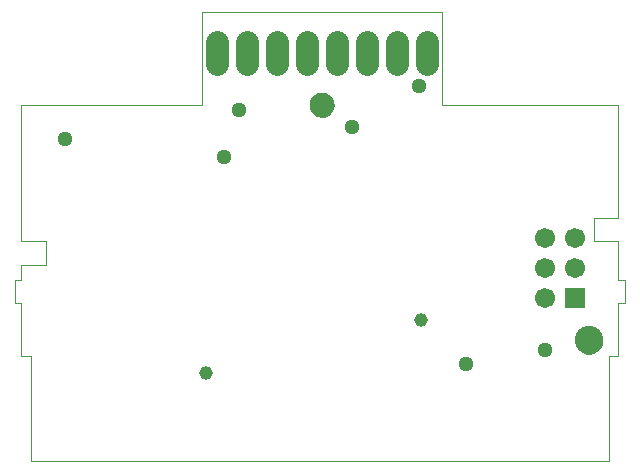
<source format=gbs>
G75*
%MOIN*%
%OFA0B0*%
%FSLAX24Y24*%
%IPPOS*%
%LPD*%
%AMOC8*
5,1,8,0,0,1.08239X$1,22.5*
%
%ADD10C,0.0780*%
%ADD11C,0.0000*%
%ADD12C,0.0946*%
%ADD13C,0.0827*%
%ADD14C,0.0670*%
%ADD15R,0.0670X0.0670*%
%ADD16C,0.0512*%
%ADD17C,0.0453*%
D10*
X007231Y013739D02*
X007231Y014479D01*
X008231Y014479D02*
X008231Y013739D01*
X009231Y013739D02*
X009231Y014479D01*
X010231Y014479D02*
X010231Y013739D01*
X011231Y013739D02*
X011231Y014479D01*
X012231Y014479D02*
X012231Y013739D01*
X013231Y013739D02*
X013231Y014479D01*
X014231Y014479D02*
X014231Y013739D01*
D11*
X020298Y000509D02*
X001051Y000509D01*
X001051Y004008D01*
X000727Y004008D01*
X000727Y005767D01*
X000519Y005767D01*
X000519Y006530D01*
X000727Y006530D01*
X000727Y007040D01*
X001548Y007040D01*
X001548Y007850D01*
X000727Y007850D01*
X000727Y012364D01*
X006739Y012364D01*
X006739Y014484D01*
X006739Y015484D01*
X007739Y015484D01*
X008739Y015484D01*
X009739Y015484D01*
X010739Y015484D01*
X011739Y015484D01*
X012739Y015484D01*
X013739Y015484D01*
X014739Y015484D01*
X014739Y014484D01*
X014739Y012364D01*
X020622Y012364D01*
X020622Y010929D01*
X020622Y010929D01*
X020622Y008614D01*
X019801Y008614D01*
X019801Y007850D01*
X020622Y007850D01*
X020622Y006530D01*
X020831Y006530D01*
X020831Y005767D01*
X020622Y005767D01*
X020622Y004008D01*
X020298Y004008D01*
X020298Y000509D01*
X019186Y004529D02*
X019188Y004571D01*
X019194Y004613D01*
X019204Y004655D01*
X019217Y004695D01*
X019235Y004734D01*
X019256Y004771D01*
X019280Y004805D01*
X019308Y004838D01*
X019338Y004868D01*
X019371Y004894D01*
X019406Y004918D01*
X019444Y004938D01*
X019483Y004954D01*
X019523Y004967D01*
X019565Y004976D01*
X019607Y004981D01*
X019650Y004982D01*
X019692Y004979D01*
X019734Y004972D01*
X019775Y004961D01*
X019815Y004946D01*
X019853Y004928D01*
X019890Y004906D01*
X019924Y004881D01*
X019956Y004853D01*
X019984Y004822D01*
X020010Y004788D01*
X020033Y004752D01*
X020052Y004715D01*
X020068Y004675D01*
X020080Y004634D01*
X020088Y004593D01*
X020092Y004550D01*
X020092Y004508D01*
X020088Y004465D01*
X020080Y004424D01*
X020068Y004383D01*
X020052Y004343D01*
X020033Y004306D01*
X020010Y004270D01*
X019984Y004236D01*
X019956Y004205D01*
X019924Y004177D01*
X019890Y004152D01*
X019853Y004130D01*
X019815Y004112D01*
X019775Y004097D01*
X019734Y004086D01*
X019692Y004079D01*
X019650Y004076D01*
X019607Y004077D01*
X019565Y004082D01*
X019523Y004091D01*
X019483Y004104D01*
X019444Y004120D01*
X019406Y004140D01*
X019371Y004164D01*
X019338Y004190D01*
X019308Y004220D01*
X019280Y004253D01*
X019256Y004287D01*
X019235Y004324D01*
X019217Y004363D01*
X019204Y004403D01*
X019194Y004445D01*
X019188Y004487D01*
X019186Y004529D01*
X010343Y012366D02*
X010345Y012405D01*
X010351Y012444D01*
X010361Y012482D01*
X010374Y012519D01*
X010391Y012554D01*
X010411Y012588D01*
X010435Y012619D01*
X010462Y012648D01*
X010491Y012674D01*
X010523Y012697D01*
X010557Y012717D01*
X010593Y012733D01*
X010630Y012745D01*
X010669Y012754D01*
X010708Y012759D01*
X010747Y012760D01*
X010786Y012757D01*
X010825Y012750D01*
X010862Y012739D01*
X010899Y012725D01*
X010934Y012707D01*
X010967Y012686D01*
X010998Y012661D01*
X011026Y012634D01*
X011051Y012604D01*
X011073Y012571D01*
X011092Y012537D01*
X011107Y012501D01*
X011119Y012463D01*
X011127Y012425D01*
X011131Y012386D01*
X011131Y012346D01*
X011127Y012307D01*
X011119Y012269D01*
X011107Y012231D01*
X011092Y012195D01*
X011073Y012161D01*
X011051Y012128D01*
X011026Y012098D01*
X010998Y012071D01*
X010967Y012046D01*
X010934Y012025D01*
X010899Y012007D01*
X010862Y011993D01*
X010825Y011982D01*
X010786Y011975D01*
X010747Y011972D01*
X010708Y011973D01*
X010669Y011978D01*
X010630Y011987D01*
X010593Y011999D01*
X010557Y012015D01*
X010523Y012035D01*
X010491Y012058D01*
X010462Y012084D01*
X010435Y012113D01*
X010411Y012144D01*
X010391Y012178D01*
X010374Y012213D01*
X010361Y012250D01*
X010351Y012288D01*
X010345Y012327D01*
X010343Y012366D01*
D12*
X019639Y004529D03*
D13*
X010737Y012366D03*
D14*
X018180Y007938D03*
X019180Y007938D03*
X019180Y006938D03*
X018180Y006938D03*
X018180Y005938D03*
D15*
X019180Y005938D03*
D16*
X018180Y004188D03*
X015555Y003750D03*
X007493Y010625D03*
X007993Y012188D03*
X011743Y011625D03*
X013993Y013000D03*
X002180Y011250D03*
D17*
X006868Y003438D03*
X014058Y005192D03*
M02*

</source>
